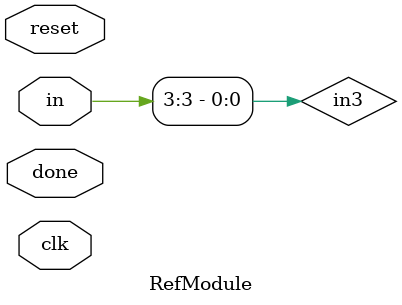
<source format=sv>

module RefModule (
  input clk,
  input [7:0] in,
  input reset,
  input done
);

  parameter BYTE1=0, BYTE2=1, BYTE3=2, DONE=3;
  reg [1:0] state;
  reg [1:0] next;

  wire in3 = in[3];

  always @(*) begin
    case (state)
      BYTE1: next = in3 ? BYTE2 : BYTE1;
      BYTE2: next = BYTE3;
      BYTE3: next = DONE;
      DONE: next = in3 ? BYTE2 : BYTE1;
    endcase
  end

  always @(posedge clk) begin
    if (reset) state <= BYTE1;
      else state <= next;
  end

  assign done = (state==DONE);

endmodule


</source>
